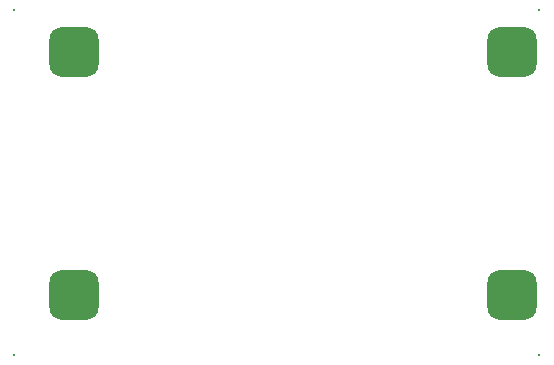
<source format=gbs>
G04*
G04 #@! TF.GenerationSoftware,Altium Limited,Altium Designer,22.3.1 (43)*
G04*
G04 Layer_Color=16711935*
%FSLAX25Y25*%
%MOIN*%
G70*
G04*
G04 #@! TF.SameCoordinates,05F4E2DF-3ACD-4F1C-B615-966E0BC44E0A*
G04*
G04*
G04 #@! TF.FilePolarity,Negative*
G04*
G01*
G75*
%ADD26C,0.00800*%
G04:AMPARAMS|DCode=27|XSize=165.48mil|YSize=165.48mil|CornerRadius=43.37mil|HoleSize=0mil|Usage=FLASHONLY|Rotation=0.000|XOffset=0mil|YOffset=0mil|HoleType=Round|Shape=RoundedRectangle|*
%AMROUNDEDRECTD27*
21,1,0.16548,0.07874,0,0,0.0*
21,1,0.07874,0.16548,0,0,0.0*
1,1,0.08674,0.03937,-0.03937*
1,1,0.08674,-0.03937,-0.03937*
1,1,0.08674,-0.03937,0.03937*
1,1,0.08674,0.03937,0.03937*
%
%ADD27ROUNDEDRECTD27*%
D26*
X506000Y219000D02*
D03*
Y334000D02*
D03*
X331000Y219000D02*
D03*
Y334000D02*
D03*
D27*
X351000Y239000D02*
D03*
X497000Y320000D02*
D03*
X351000D02*
D03*
X497000Y239000D02*
D03*
M02*

</source>
